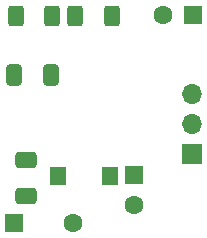
<source format=gbr>
%TF.GenerationSoftware,KiCad,Pcbnew,8.0.1-rc1*%
%TF.CreationDate,2024-10-01T13:14:16-07:00*%
%TF.ProjectId,LM2670-ADJ-Carrier-Set-SMD,4c4d3236-3730-42d4-9144-4a2d43617272,rev?*%
%TF.SameCoordinates,Original*%
%TF.FileFunction,Soldermask,Bot*%
%TF.FilePolarity,Negative*%
%FSLAX46Y46*%
G04 Gerber Fmt 4.6, Leading zero omitted, Abs format (unit mm)*
G04 Created by KiCad (PCBNEW 8.0.1-rc1) date 2024-10-01 13:14:16*
%MOMM*%
%LPD*%
G01*
G04 APERTURE LIST*
G04 Aperture macros list*
%AMRoundRect*
0 Rectangle with rounded corners*
0 $1 Rounding radius*
0 $2 $3 $4 $5 $6 $7 $8 $9 X,Y pos of 4 corners*
0 Add a 4 corners polygon primitive as box body*
4,1,4,$2,$3,$4,$5,$6,$7,$8,$9,$2,$3,0*
0 Add four circle primitives for the rounded corners*
1,1,$1+$1,$2,$3*
1,1,$1+$1,$4,$5*
1,1,$1+$1,$6,$7*
1,1,$1+$1,$8,$9*
0 Add four rect primitives between the rounded corners*
20,1,$1+$1,$2,$3,$4,$5,0*
20,1,$1+$1,$4,$5,$6,$7,0*
20,1,$1+$1,$6,$7,$8,$9,0*
20,1,$1+$1,$8,$9,$2,$3,0*%
G04 Aperture macros list end*
%ADD10RoundRect,0.250000X0.400000X0.625000X-0.400000X0.625000X-0.400000X-0.625000X0.400000X-0.625000X0*%
%ADD11R,1.450000X1.490000*%
%ADD12RoundRect,0.250000X-0.650000X0.412500X-0.650000X-0.412500X0.650000X-0.412500X0.650000X0.412500X0*%
%ADD13RoundRect,0.250000X0.412500X0.650000X-0.412500X0.650000X-0.412500X-0.650000X0.412500X-0.650000X0*%
%ADD14R,1.700000X1.700000*%
%ADD15O,1.700000X1.700000*%
%ADD16R,1.600000X1.600000*%
%ADD17C,1.600000*%
G04 APERTURE END LIST*
D10*
%TO.C,R3*%
X141266067Y-89981090D03*
X138166067Y-89981090D03*
%TD*%
%TO.C,R2*%
X146294332Y-89975243D03*
X143194332Y-89975243D03*
%TD*%
D11*
%TO.C,D1*%
X146113067Y-103490944D03*
X141763067Y-103490944D03*
%TD*%
D12*
%TO.C,C4*%
X139013144Y-102123150D03*
X139013144Y-105248150D03*
%TD*%
D13*
%TO.C,C3*%
X141175084Y-94977917D03*
X138050084Y-94977917D03*
%TD*%
D14*
%TO.C,J1*%
X153109449Y-101617000D03*
D15*
X153109449Y-99077000D03*
X153109449Y-96537000D03*
%TD*%
D16*
%TO.C,C5*%
X138049386Y-107482969D03*
D17*
X143049386Y-107482969D03*
%TD*%
D16*
%TO.C,C2*%
X148158263Y-103439855D03*
D17*
X148158263Y-105939855D03*
%TD*%
D16*
%TO.C,C1*%
X153150694Y-89852484D03*
D17*
X150650694Y-89852484D03*
%TD*%
M02*

</source>
